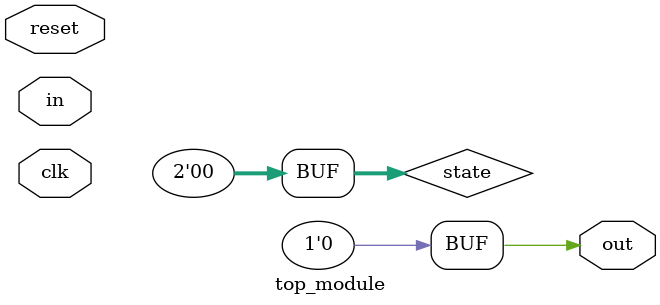
<source format=sv>
module top_module (
	input clk,
	input in,
	input reset,
	output out
);

	// Declare the state register and assign the initial state A
	reg [1:0] state;
	assign state = 2'b00;

	// Declare the next state variable
	reg [1:0] next_state;

	// Assign next_state based on current state and input values
	always @(posedge clk or posedge reset) begin
		if (reset) begin
			// Reset: state changes to A
			next_state <= 2'b00;
		end else begin
			case (state)
				2'b00: begin
					// State A
					if (in) begin
						// in is 1: state changes to B
						next_state <= 2'b01;
					end else begin
						// in is 0: state remains A
						next_state <= 2'b00;
					end
				end
				2'b01: begin
					// State B
					if (in) begin
						// in is 1: state remains B
						next_state <= 2'b01;
					end else begin
						// in is 0: state changes to C
						next_state <= 2'b10;
					end
				end
				2'b10: begin
					// State C
					if (in) begin
						// in is 1: state changes to D
						next_state <= 2'b11;
					end else begin
						// in is 0: state changes to A
						next_state <= 2'b00;
					end
				end
				2'b11: begin
					// State D
					if (in) begin
						// in is 1: state changes to B
						next_state <= 2'b01;
					end else begin
						// in is 0: state changes to C
						next_state <= 2'b10;
					end
				end
			endcase
		end
	end

	// Assign the current state based on next_state
	always @(posedge clk) begin
		state <= next_state;
	end

	// Assign the output based on the current state
	assign out = (state == 2'b11) ? 1'b1 : 1'b0;

endmodule

</source>
